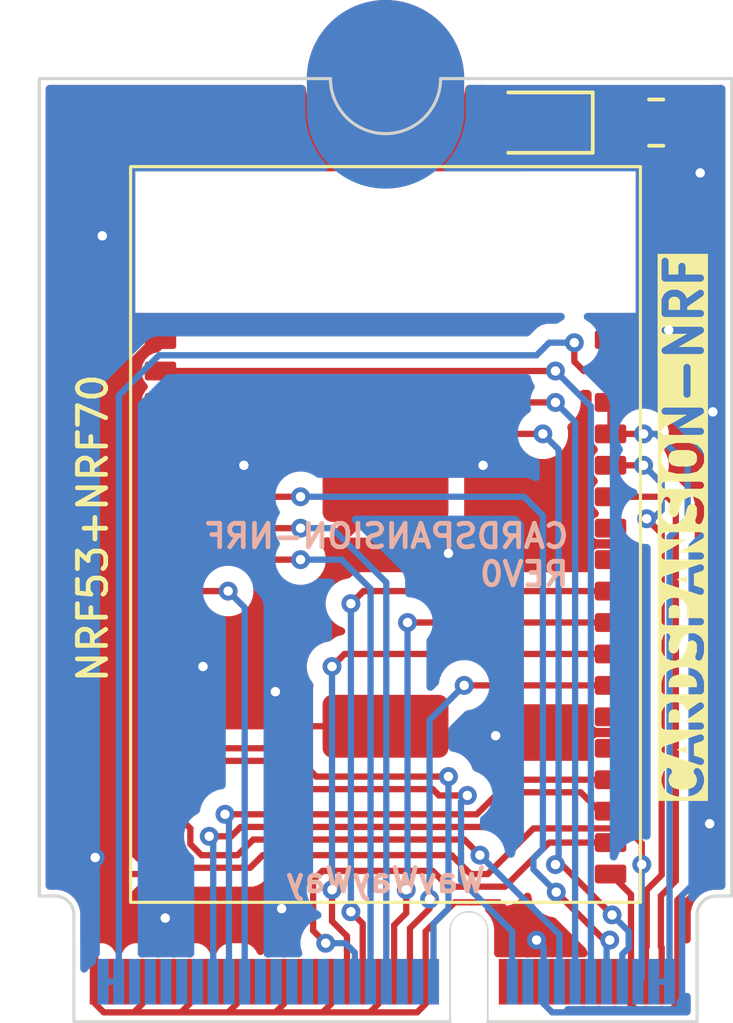
<source format=kicad_pcb>
(kicad_pcb (version 20241229) (generator "pcbnew") (generator_version "9.0")
  (layers (0 "F.Cu" signal) (2 "B.Cu" signal) (13 "F.Paste" user) (15 "B.Paste" user) (5 "F.SilkS" user "F.Silkscreen") (7 "B.SilkS" user "B.Silkscreen") (1 "F.Mask" user) (3 "B.Mask" user) (25 "Edge.Cuts" user))
  (net 0 "")
  (net 1 "Net-(D1-K)")
  (net 2 "+3.3V")
  (net 3 "/I2S-CK")
  (net 5 "/LED2")
  (net 6 "/SWCLK")
  (net 13 "/SPI-MOSI")
  (net 14 "/UART-TX")
  (net 15 "/UART-RX")
  (net 18 "GND")
  (net 19 "/I2S-SDIN")
  (net 20 "/I2S-SDOUT")
  (net 21 "/USB-D+")
  (net 25 "/SWDIO")
  (net 27 "/USB-D-")
  (net 29 "/I2C-SCL")
  (net 31 "/SPI-MISO")
  (net 38 "/I2S-WS")
  (net 39 "/NRST")
  (net 42 "/SPI-CLK")
  (net 45 "/VBAT")
  (net 48 "/SPI-CS")
  (net 51 "/I2C-SDA")
  (net 52 "/LED1")
  (footprint "LED_SMD:LED_0805_2012Metric" (layer "F.Cu") (at 126.9 112.4 180)
    (property "Reference" "D1" (hide yes))
    (property "Value" "PWR" (hide yes))
    (fp_line (start 1 -0.96) (end -1.685 -0.96) (stroke (width 0.12)) (layer "F.SilkS"))
    (fp_line (start -1.685 0.96) (end 1 0.96) (stroke (width 0.12)) (layer "F.SilkS"))
    (fp_line (start -1.685 -0.96) (end -1.685 0.96) (stroke (width 0.12)) (layer "F.SilkS"))
    (pad "1" smd roundrect (at -0.9375 0 180) (size 0.975 1.4) (layers "F.Cu" "F.Mask" "F.Paste") (net 1 "Net-(D1-K)"))
    (pad "2" smd roundrect (at 0.9375 0 180) (size 0.975 1.4) (layers "F.Cu" "F.Mask" "F.Paste") (net 2 "+3.3V"))
  )
  (footprint "M2-2230-E:M2-2230-E" (layer "F.Cu") (at 110 110)
    (property "Reference" "J1" (hide yes))
    (property "Value" "M2-2230" (hide yes))
    (fp_line (start 1 1) (end 1 27) (stroke (width 0.1)) (layer "Edge.Cuts"))
    (fp_line (start 1 1) (end 10.25 1) (stroke (width 0.1)) (layer "Edge.Cuts"))
    (fp_line (start 1 27) (end 1.5 27) (stroke (width 0.1)) (layer "Edge.Cuts"))
    (fp_line (start 2.1 27.6) (end 2.1 31) (stroke (width 0.1)) (layer "Edge.Cuts"))
    (fp_line (start 2.1 31) (end 14.05 31) (stroke (width 0.1)) (layer "Edge.Cuts"))
    (fp_line (start 14.05 31) (end 14.05 28.1) (stroke (width 0.05)) (layer "Edge.Cuts"))
    (fp_line (start 15.25 28.1) (end 15.25 31) (stroke (width 0.05)) (layer "Edge.Cuts"))
    (fp_line (start 15.25 31) (end 21.9 31) (stroke (width 0.1)) (layer "Edge.Cuts"))
    (fp_line (start 21.9 27.6) (end 21.9 31) (stroke (width 0.1)) (layer "Edge.Cuts"))
    (fp_line (start 23 1) (end 13.75 1) (stroke (width 0.1)) (layer "Edge.Cuts"))
    (fp_line (start 23 1) (end 23 27) (stroke (width 0.1)) (layer "Edge.Cuts"))
    (fp_line (start 23 27) (end 22.5 27) (stroke (width 0.1)) (layer "Edge.Cuts"))
    (fp_arc (start 1.5 27) (mid 1.924264 27.175736) (end 2.1 27.6) (stroke (width 0.1)) (layer "Edge.Cuts"))
    (fp_arc (start 13.75 1) (mid 12 2.75) (end 10.25 1) (stroke (width 0.1)) (layer "Edge.Cuts"))
    (fp_arc (start 14.05 28.1) (mid 14.65 27.5) (end 15.25 28.1) (stroke (width 0.05)) (layer "Edge.Cuts"))
    (fp_arc (start 21.9 27.6) (mid 22.075736 27.175736) (end 22.5 27) (stroke (width 0.1)) (layer "Edge.Cuts"))
    (pad "1" connect rect (at 21.275 29.725) (size 0.35 1.45) (layers "F.Cu" "F.Mask") (net 18 "GND"))
    (pad "2" connect rect (at 21.025 29.725) (size 0.35 1.45) (layers "B.Cu" "B.Mask") (net 2 "+3.3V"))
    (pad "3" connect rect (at 20.775 29.725) (size 0.35 1.45) (layers "F.Cu" "F.Mask") (net 21 "/USB-D+"))
    (pad "4" connect rect (at 20.525 29.725) (size 0.35 1.45) (layers "B.Cu" "B.Mask") (net 2 "+3.3V"))
    (pad "5" connect rect (at 20.275 29.725) (size 0.35 1.45) (layers "F.Cu" "F.Mask") (net 27 "/USB-D-"))
    (pad "6" connect rect (at 20.025 29.725) (size 0.35 1.45) (layers "B.Cu" "B.Mask") (net 52 "/LED1"))
    (pad "7" connect rect (at 19.775 29.725) (size 0.35 1.45) (layers "F.Cu" "F.Mask") (net 18 "GND"))
    (pad "8" connect rect (at 19.525 29.725) (size 0.35 1.45) (layers "B.Cu" "B.Mask") (net 3 "/I2S-CK"))
    (pad "9" connect rect (at 19.275 29.725) (size 0.35 1.45) (layers "F.Cu" "F.Mask"))
    (pad "10" connect rect (at 19.025 29.725) (size 0.35 1.45) (layers "B.Cu" "B.Mask") (net 38 "/I2S-WS"))
    (pad "11" connect rect (at 18.775 29.725) (size 0.35 1.45) (layers "F.Cu" "F.Mask"))
    (pad "12" connect rect (at 18.525 29.725) (size 0.35 1.45) (layers "B.Cu" "B.Mask") (net 19 "/I2S-SDIN"))
    (pad "13" connect rect (at 18.275 29.725) (size 0.35 1.45) (layers "F.Cu" "F.Mask"))
    (pad "14" connect rect (at 18.025 29.725) (size 0.35 1.45) (layers "B.Cu" "B.Mask") (net 20 "/I2S-SDOUT"))
    (pad "15" connect rect (at 17.775 29.725) (size 0.35 1.45) (layers "F.Cu" "F.Mask"))
    (pad "16" connect rect (at 17.525 29.725) (size 0.35 1.45) (layers "B.Cu" "B.Mask") (net 5 "/LED2"))
    (pad "17" connect rect (at 17.275 29.725) (size 0.35 1.45) (layers "F.Cu" "F.Mask"))
    (pad "18" connect rect (at 17.025 29.725) (size 0.35 1.45) (layers "B.Cu" "B.Mask") (net 18 "GND"))
    (pad "19" connect rect (at 16.775 29.725) (size 0.35 1.45) (layers "F.Cu" "F.Mask"))
    (pad "20" connect rect (at 16.525 29.725) (size 0.35 1.45) (layers "B.Cu" "B.Mask"))
    (pad "21" connect rect (at 16.275 29.725) (size 0.35 1.45) (layers "F.Cu" "F.Mask"))
    (pad "22" connect rect (at 16.025 29.725) (size 0.35 1.45) (layers "B.Cu" "B.Mask") (net 15 "/UART-RX"))
    (pad "23" connect rect (at 15.775 29.725) (size 0.35 1.45) (layers "F.Cu" "F.Mask"))
    (pad "32" connect rect (at 13.525 29.725) (size 0.35 1.45) (layers "B.Cu" "B.Mask") (net 14 "/UART-TX"))
    (pad "33" connect rect (at 13.275 29.725) (size 0.35 1.45) (layers "F.Cu" "F.Mask") (net 18 "GND"))
    (pad "34" connect rect (at 13.025 29.725) (size 0.35 1.45) (layers "B.Cu" "B.Mask"))
    (pad "35" connect rect (at 12.775 29.725) (size 0.35 1.45) (layers "F.Cu" "F.Mask") (net 48 "/SPI-CS"))
    (pad "36" connect rect (at 12.525 29.725) (size 0.35 1.45) (layers "B.Cu" "B.Mask"))
    (pad "37" connect rect (at 12.275 29.725) (size 0.35 1.45) (layers "F.Cu" "F.Mask") (net 13 "/SPI-MOSI"))
    (pad "38" connect rect (at 12.025 29.725) (size 0.35 1.45) (layers "B.Cu" "B.Mask") (net 25 "/SWDIO"))
    (pad "39" connect rect (at 11.775 29.725) (size 0.35 1.45) (layers "F.Cu" "F.Mask") (net 18 "GND"))
    (pad "40" connect rect (at 11.525 29.725) (size 0.35 1.45) (layers "B.Cu" "B.Mask") (net 6 "/SWCLK"))
    (pad "41" connect rect (at 11.275 29.725) (size 0.35 1.45) (layers "F.Cu" "F.Mask") (net 31 "/SPI-MISO"))
    (pad "42" connect rect (at 11.025 29.725) (size 0.35 1.45) (layers "B.Cu" "B.Mask") (net 45 "/VBAT"))
    (pad "43" connect rect (at 10.775 29.725) (size 0.35 1.45) (layers "F.Cu" "F.Mask") (net 42 "/SPI-CLK"))
    (pad "44" connect rect (at 10.525 29.725) (size 0.35 1.45) (layers "B.Cu" "B.Mask"))
    (pad "45" connect rect (at 10.275 29.725) (size 0.35 1.45) (layers "F.Cu" "F.Mask") (net 18 "GND"))
    (pad "46" connect rect (at 10.025 29.725) (size 0.35 1.45) (layers "B.Cu" "B.Mask"))
    (pad "47" connect rect (at 9.775 29.725) (size 0.35 1.45) (layers "F.Cu" "F.Mask"))
    (pad "48" connect rect (at 9.525 29.725) (size 0.35 1.45) (layers "B.Cu" "B.Mask"))
    (pad "49" connect rect (at 9.275 29.725) (size 0.35 1.45) (layers "F.Cu" "F.Mask"))
    (pad "50" connect rect (at 9.025 29.725) (size 0.35 1.45) (layers "B.Cu" "B.Mask"))
    (pad "51" connect rect (at 8.775 29.725) (size 0.35 1.45) (layers "F.Cu" "F.Mask") (net 18 "GND"))
    (pad "52" connect rect (at 8.525 29.725) (size 0.35 1.45) (layers "B.Cu" "B.Mask"))
    (pad "53" connect rect (at 8.275 29.725) (size 0.35 1.45) (layers "F.Cu" "F.Mask"))
    (pad "54" connect rect (at 8.025 29.725) (size 0.35 1.45) (layers "B.Cu" "B.Mask"))
    (pad "55" connect rect (at 7.775 29.725) (size 0.35 1.45) (layers "F.Cu" "F.Mask"))
    (pad "56" connect rect (at 7.525 29.725) (size 0.35 1.45) (layers "B.Cu" "B.Mask") (net 39 "/NRST"))
    (pad "57" connect rect (at 7.275 29.725) (size 0.35 1.45) (layers "F.Cu" "F.Mask") (net 18 "GND"))
    (pad "58" connect rect (at 7.025 29.725) (size 0.35 1.45) (layers "B.Cu" "B.Mask") (net 51 "/I2C-SDA"))
    (pad "59" connect rect (at 6.775 29.725) (size 0.35 1.45) (layers "F.Cu" "F.Mask"))
    (pad "60" connect rect (at 6.525 29.725) (size 0.35 1.45) (layers "B.Cu" "B.Mask") (net 29 "/I2C-SCL"))
    (pad "61" connect rect (at 6.275 29.725) (size 0.35 1.45) (layers "F.Cu" "F.Mask"))
    (pad "62" connect rect (at 6.025 29.725) (size 0.35 1.45) (layers "B.Cu" "B.Mask"))
    (pad "63" connect rect (at 5.775 29.725) (size 0.35 1.45) (layers "F.Cu" "F.Mask") (net 18 "GND"))
    (pad "64" connect rect (at 5.525 29.725) (size 0.35 1.45) (layers "B.Cu" "B.Mask"))
    (pad "65" connect rect (at 5.275 29.725) (size 0.35 1.45) (layers "F.Cu" "F.Mask"))
    (pad "66" connect rect (at 5.025 29.725) (size 0.35 1.45) (layers "B.Cu" "B.Mask"))
    (pad "67" connect rect (at 4.775 29.725) (size 0.35 1.45) (layers "F.Cu" "F.Mask"))
    (pad "68" connect rect (at 4.525 29.725) (size 0.35 1.45) (layers "B.Cu" "B.Mask"))
    (pad "69" connect rect (at 4.275 29.725) (size 0.35 1.45) (layers "F.Cu" "F.Mask") (net 18 "GND"))
    (pad "70" connect rect (at 4.025 29.725) (size 0.35 1.45) (layers "B.Cu" "B.Mask"))
    (pad "71" connect rect (at 3.775 29.725) (size 0.35 1.45) (layers "F.Cu" "F.Mask"))
    (pad "72" connect rect (at 3.525 29.725) (size 0.35 1.45) (layers "B.Cu" "B.Mask") (net 2 "+3.3V"))
    (pad "73" connect rect (at 3.275 29.725) (size 0.35 1.45) (layers "F.Cu" "F.Mask"))
    (pad "74" connect rect (at 3.025 29.725) (size 0.35 1.45) (layers "B.Cu" "B.Mask") (net 2 "+3.3V"))
    (pad "75" connect rect (at 2.775 29.725) (size 0.35 1.45) (layers "F.Cu" "F.Mask") (net 18 "GND"))
    (pad "76" connect circle (at 12 1) (size 5 5) (layers "F.Cu" "F.Mask"))
    (pad "77" connect oval (at 12 1.5) (size 5 6) (layers "B.Cu" "B.Mask"))
  )
  (footprint "CUSTOM-LIBRARIES:ME16WS03" (layer "F.Cu") (at 114.85 119.3)
    (property "Reference" "U1" (hide yes))
    (property "Value" "ME16WS03" (hide yes))
    (fp_rect (start -0.95 -5.5) (end 15.25 17.9) (stroke (width 0.1)) (fill no) (layer "F.SilkS"))
    (pad "1" smd roundrect (at 0 0) (size 1 0.6) (layers "F.Cu" "F.Mask" "F.Paste") (roundrect_rratio 0.15) (net 18 "GND"))
    (pad "2" smd roundrect (at 0 1) (size 1 0.6) (layers "F.Cu" "F.Mask" "F.Paste") (roundrect_rratio 0.15) (net 19 "/I2S-SDIN"))
    (pad "3" smd roundrect (at 0 2) (size 1 0.6) (layers "F.Cu" "F.Mask" "F.Paste") (roundrect_rratio 0.15) (net 20 "/I2S-SDOUT"))
    (pad "4" smd roundrect (at 0 3) (size 1 0.6) (layers "F.Cu" "F.Mask" "F.Paste") (roundrect_rratio 0.15) (net 3 "/I2S-CK"))
    (pad "5" smd roundrect (at 0 4) (size 1 0.6) (layers "F.Cu" "F.Mask" "F.Paste") (roundrect_rratio 0.15))
    (pad "6" smd roundrect (at 0 5) (size 1 0.6) (layers "F.Cu" "F.Mask" "F.Paste") (roundrect_rratio 0.15) (net 38 "/I2S-WS"))
    (pad "7" smd roundrect (at 0 6) (size 1 0.6) (layers "F.Cu" "F.Mask" "F.Paste") (roundrect_rratio 0.15) (net 25 "/SWDIO"))
    (pad "8" smd roundrect (at 0 7) (size 1 0.6) (layers "F.Cu" "F.Mask" "F.Paste") (roundrect_rratio 0.15) (net 6 "/SWCLK"))
    (pad "9" smd roundrect (at 0 8) (size 1 0.6) (layers "F.Cu" "F.Mask" "F.Paste") (roundrect_rratio 0.15) (net 39 "/NRST"))
    (pad "10" smd roundrect (at 0 9) (size 1 0.6) (layers "F.Cu" "F.Mask" "F.Paste") (roundrect_rratio 0.15))
    (pad "11" smd roundrect (at 0 10) (size 1 0.6) (layers "F.Cu" "F.Mask" "F.Paste") (roundrect_rratio 0.15))
    (pad "12" smd roundrect (at 0 11) (size 1 0.6) (layers "F.Cu" "F.Mask" "F.Paste") (roundrect_rratio 0.15))
    (pad "13" smd roundrect (at 0 12) (size 1 0.6) (layers "F.Cu" "F.Mask" "F.Paste") (roundrect_rratio 0.15))
    (pad "14" smd roundrect (at 0 13) (size 1 0.6) (layers "F.Cu" "F.Mask" "F.Paste") (roundrect_rratio 0.15) (net 14 "/UART-TX"))
    (pad "15" smd roundrect (at 0 14) (size 1 0.6) (layers "F.Cu" "F.Mask" "F.Paste") (roundrect_rratio 0.15) (net 15 "/UART-RX"))
    (pad "16" smd roundrect (at 0 15) (size 1 0.6) (layers "F.Cu" "F.Mask" "F.Paste") (roundrect_rratio 0.15) (net 5 "/LED2"))
    (pad "17" smd roundrect (at 0 16) (size 1 0.6) (layers "F.Cu" "F.Mask" "F.Paste") (roundrect_rratio 0.15) (net 52 "/LED1"))
    (pad "18" smd roundrect (at 0 17) (size 1 0.6) (layers "F.Cu" "F.Mask" "F.Paste") (roundrect_rratio 0.15) (net 18 "GND"))
    (pad "19" smd roundrect (at 14.3 17) (size 1 0.6) (layers "F.Cu" "F.Mask" "F.Paste") (roundrect_rratio 0.15) (net 18 "GND"))
    (pad "20" smd roundrect (at 14.3 16) (size 1 0.6) (layers "F.Cu" "F.Mask" "F.Paste") (roundrect_rratio 0.15) (net 45 "/VBAT"))
    (pad "21" smd roundrect (at 14.3 15) (size 1 0.6) (layers "F.Cu" "F.Mask" "F.Paste") (roundrect_rratio 0.15) (net 29 "/I2C-SCL"))
    (pad "22" smd roundrect (at 14.3 14) (size 1 0.6) (layers "F.Cu" "F.Mask" "F.Paste") (roundrect_rratio 0.15) (net 51 "/I2C-SDA"))
    (pad "23" smd roundrect (at 14.3 13) (size 1 0.6) (layers "F.Cu" "F.Mask" "F.Paste") (roundrect_rratio 0.15))
    (pad "24" smd roundrect (at 14.3 12) (size 1 0.6) (layers "F.Cu" "F.Mask" "F.Paste") (roundrect_rratio 0.15))
    (pad "25" smd roundrect (at 14.3 11) (size 1 0.6) (layers "F.Cu" "F.Mask" "F.Paste") (roundrect_rratio 0.15) (net 48 "/SPI-CS"))
    (pad "26" smd roundrect (at 14.3 10) (size 1 0.6) (layers "F.Cu" "F.Mask" "F.Paste") (roundrect_rratio 0.15) (net 42 "/SPI-CLK"))
    (pad "27" smd roundrect (at 14.3 9) (size 1 0.6) (layers "F.Cu" "F.Mask" "F.Paste") (roundrect_rratio 0.15) (net 13 "/SPI-MOSI"))
    (pad "28" smd roundrect (at 14.3 8) (size 1 0.6) (layers "F.Cu" "F.Mask" "F.Paste") (roundrect_rratio 0.15) (net 31 "/SPI-MISO"))
    (pad "29" smd roundrect (at 14.3 7) (size 1 0.6) (layers "F.Cu" "F.Mask" "F.Paste") (roundrect_rratio 0.15))
    (pad "30" smd roundrect (at 14.3 6) (size 1 0.6) (layers "F.Cu" "F.Mask" "F.Paste") (roundrect_rratio 0.15))
    (pad "31" smd roundrect (at 14.3 5) (size 1 0.6) (layers "F.Cu" "F.Mask" "F.Paste") (roundrect_rratio 0.15) (net 21 "/USB-D+"))
    (pad "32" smd roundrect (at 14.3 4) (size 1 0.6) (layers "F.Cu" "F.Mask" "F.Paste") (roundrect_rratio 0.15) (net 27 "/USB-D-"))
    (pad "33" smd roundrect (at 14.3 3) (size 1 0.6) (layers "F.Cu" "F.Mask" "F.Paste") (roundrect_rratio 0.15) (net 2 "+3.3V"))
    (pad "34" smd roundrect (at 14.3 2) (size 1 0.6) (layers "F.Cu" "F.Mask" "F.Paste") (roundrect_rratio 0.15) (net 2 "+3.3V"))
    (pad "35" smd roundrect (at 14.3 1) (size 1 0.6) (layers "F.Cu" "F.Mask" "F.Paste") (roundrect_rratio 0.15) (net 2 "+3.3V"))
    (pad "36" smd roundrect (at 14.3 0) (size 1 0.6) (layers "F.Cu" "F.Mask" "F.Paste") (roundrect_rratio 0.15) (net 18 "GND"))
    (pad "37" smd roundrect (at 7.15 12.3) (size 4 2) (layers "F.Cu" "F.Mask" "F.Paste") (roundrect_rratio 0.15) (net 18 "GND"))
    (pad "38" smd roundrect (at 7.15 4.8) (size 4 2) (layers "F.Cu" "F.Mask" "F.Paste") (roundrect_rratio 0.15) (net 18 "GND"))
    (zone (net 0) (net_name "") (layers "F.Cu" "B.Cu") (name "RF") (connect_pads (clearance 0)) (min_thickness 0.25)
      (keepout (tracks not_allowed) (vias not_allowed) (pads not_allowed) (copperpour not_allowed) (footprints not_allowed))
      (fill (thermal_gap 0.5) (thermal_bridge_width 0.5))
      (polygon (pts (xy 114.05 113.95) (xy 129.95 113.95) (xy 129.95 118.45) (xy 114.05 118.45)))
    )
  )
  (footprint "Resistor_SMD:R_0805_2012Metric" (layer "F.Cu") (at 130.6 112.4)
    (property "Reference" "R1" (hide yes))
    (property "Value" "510" (hide yes))
    (fp_line (start -0.227064 -0.735) (end 0.227064 -0.735) (stroke (width 0.12)) (layer "F.SilkS"))
    (fp_line (start -0.227064 0.735) (end 0.227064 0.735) (stroke (width 0.12)) (layer "F.SilkS"))
    (pad "1" smd roundrect (at -0.9125 0) (size 1.025 1.4) (layers "F.Cu" "F.Mask" "F.Paste") (roundrect_rratio 0.243902) (net 1 "Net-(D1-K)"))
    (pad "2" smd roundrect (at 0.9125 0) (size 1.025 1.4) (layers "F.Cu" "F.Mask" "F.Paste") (roundrect_rratio 0.243902) (net 18 "GND"))
  )
  (gr_text "CARDSPANSION-NRF" (at 131.5 125.3 90) (layer "F.SilkS" knockout) (effects (font (size 1.125 1.125) (thickness 0.225))))
  (gr_text "NRF53+NRF70" (at 112.7 125.3 90) (layer "F.SilkS") (effects (font (size 0.9 0.9))))
  (gr_text "CARDSPANSION-NRF\nREV0" (at 127.9 127.2 0) (layer "B.SilkS") (effects (font (size 0.75 0.75) (thickness 0.15) (bold yes)) (justify left bottom mirror)))
  (gr_text "WayWayWay" (at 122 136.5 0) (layer "B.SilkS") (effects (font (size 0.75 0.75) (thickness 0.15) (bold yes)) (justify mirror)))
  (segment (start 127.8375 112.4) (end 129.6875 112.4) (width 0.2) (layer "F.Cu") (net 1))
  (segment (start 130.95 120.3) (end 131.75 119.5) (width 0.2) (layer "F.Cu") (net 2))
  (segment (start 129.15 121.3) (end 129.15 122.3) (width 0.2) (layer "F.Cu") (net 2))
  (segment (start 130.2 122.3) (end 129.15 122.3) (width 0.2) (layer "F.Cu") (net 2))
  (segment (start 128 120) (end 128 119.4) (width 0.2) (layer "F.Cu") (net 2))
  (segment (start 129.15 120.3) (end 129.15 121.3) (width 0.2) (layer "F.Cu") (net 2))
  (segment (start 128.3 120.3) (end 128 120) (width 0.2) (layer "F.Cu") (net 2))
  (segment (start 129.15 120.3) (end 130.95 120.3) (width 0.2) (layer "F.Cu") (net 2))
  (segment (start 131.75 119.5) (end 131.75 115) (width 0.2) (layer "F.Cu") (net 2))
  (segment (start 127.1625 113.6) (end 125.9625 112.4) (width 0.2) (layer "F.Cu") (net 2))
  (segment (start 129.15 120.3) (end 128.3 120.3) (width 0.2) (layer "F.Cu") (net 2))
  (segment (start 131.75 115) (end 130.35 113.6) (width 0.2) (layer "F.Cu") (net 2))
  (segment (start 130.35 113.6) (end 127.1625 113.6) (width 0.2) (layer "F.Cu") (net 2))
  (via (at 130.2 122.3) (size 0.6) (drill 0.3) (layers "F.Cu" "B.Cu") (net 2))
  (via (at 128 119.4) (size 0.6) (drill 0.3) (layers "F.Cu" "B.Cu") (net 2))
  (segment (start 130.2 122.3) (end 130.6 122.3) (width 0.2) (layer "B.Cu") (net 2))
  (segment (start 131.6 125) (end 131.025 125.575) (width 0.2) (layer "B.Cu") (net 2))
  (segment (start 131.025 125.575) (end 131.025 139.725) (width 0.2) (layer "B.Cu") (net 2))
  (segment (start 127.2 119.4) (end 128 119.4) (width 0.2) (layer "B.Cu") (net 2))
  (segment (start 131.6 123.3) (end 131.6 125) (width 0.2) (layer "B.Cu") (net 2))
  (segment (start 113.525 139.725) (end 113.525 121.075) (width 0.2) (layer "B.Cu") (net 2))
  (segment (start 114.8 119.8) (end 126.8 119.8) (width 0.2) (layer "B.Cu") (net 2))
  (segment (start 113.525 121.075) (end 114.8 119.8) (width 0.2) (layer "B.Cu") (net 2))
  (segment (start 130.6 122.3) (end 131.6 123.3) (width 0.2) (layer "B.Cu") (net 2))
  (segment (start 131.025 139.725) (end 130.525 139.725) (width 0.2) (layer "B.Cu") (net 2))
  (segment (start 126.8 119.8) (end 127.2 119.4) (width 0.2) (layer "B.Cu") (net 2))
  (segment (start 113.025 139.725) (end 113.525 139.725) (width 0.2) (layer "B.Cu") (net 2))
  (segment (start 127.6 136) (end 127.4 136) (width 0.2) (layer "F.Cu") (net 3))
  (segment (start 129.2 137.6) (end 127.6 136) (width 0.2) (layer "F.Cu") (net 3))
  (segment (start 114.85 122.3) (end 127 122.3) (width 0.2) (layer "F.Cu") (net 3))
  (via (at 127 122.3) (size 0.6) (drill 0.3) (layers "F.Cu" "B.Cu") (net 3))
  (via (at 129.2 137.6) (size 0.6) (drill 0.3) (layers "F.Cu" "B.Cu") (net 3))
  (via (at 127.4 136) (size 0.6) (drill 0.3) (layers "F.Cu" "B.Cu") (net 3))
  (segment (start 127.5 122.8) (end 127 122.3) (width 0.2) (layer "B.Cu") (net 3))
  (segment (start 129.726 138.126) (end 129.2 137.6) (width 0.2) (layer "B.Cu") (net 3))
  (segment (start 127.5 135.9) (end 127.5 122.8) (width 0.2) (layer "B.Cu") (net 3))
  (segment (start 129.525 138.849943) (end 129.726 138.648943) (width 0.2) (layer "B.Cu") (net 3))
  (segment (start 127.4 136) (end 127.5 135.9) (width 0.2) (layer "B.Cu") (net 3))
  (segment (start 129.525 139.725) (end 129.525 138.849943) (width 0.2) (layer "B.Cu") (net 3))
  (segment (start 129.726 138.648943) (end 129.726 138.126) (width 0.2) (layer "B.Cu") (net 3))
  (segment (start 114.85 134.3) (end 115.247943 134.3) (width 0.2) (layer "F.Cu") (net 5))
  (segment (start 124.503 135.203) (end 125 135.7) (width 0.2) (layer "F.Cu") (net 5))
  (segment (start 116.649943 135.7) (end 117.3 135.7) (width 0.2) (layer "F.Cu") (net 5))
  (segment (start 115.799 134.851057) (end 115.799 135.348943) (width 0.2) (layer "F.Cu") (net 5))
  (segment (start 115.247943 134.3) (end 115.799 134.851057) (width 0.2) (layer "F.Cu") (net 5))
  (segment (start 116.151057 135.701) (end 116.648943 135.701) (width 0.2) (layer "F.Cu") (net 5))
  (segment (start 117.797 135.203) (end 124.503 135.203) (width 0.2) (layer "F.Cu") (net 5))
  (segment (start 115.799 135.348943) (end 116.151057 135.701) (width 0.2) (layer "F.Cu") (net 5))
  (segment (start 117.3 135.7) (end 117.797 135.203) (width 0.2) (layer "F.Cu") (net 5))
  (segment (start 116.648943 135.701) (end 116.649943 135.7) (width 0.2) (layer "F.Cu") (net 5))
  (via (at 125 135.7) (size 0.6) (drill 0.3) (layers "F.Cu" "B.Cu") (net 5))
  (segment (start 127.525 138.225) (end 127.525 139.725) (width 0.2) (layer "B.Cu") (net 5))
  (segment (start 125 135.7) (end 127.525 138.225) (width 0.2) (layer "B.Cu") (net 5))
  (segment (start 119.3 126.3) (end 114.85 126.3) (width 0.2) (layer "F.Cu") (net 6))
  (via (at 119.3 126.3) (size 0.6) (drill 0.3) (layers "F.Cu" "B.Cu") (net 6))
  (segment (start 121.525 139.725) (end 121.525 127.225) (width 0.2) (layer "B.Cu") (net 6))
  (segment (start 120.6 126.3) (end 119.3 126.3) (width 0.2) (layer "B.Cu") (net 6))
  (segment (start 121.3 127) (end 120.6 126.3) (width 0.2) (layer "B.Cu") (net 6))
  (segment (start 121.525 127.225) (end 121.3 127) (width 0.2) (layer "B.Cu") (net 6))
  (segment (start 122.7 128.3) (end 129.15 128.3) (width 0.2) (layer "F.Cu") (net 13))
  (segment (start 122.275 137.925) (end 122.275 139.725) (width 0.2) (layer "F.Cu") (net 13))
  (segment (start 122.65838 136.8) (end 122.65838 137.54162) (width 0.2) (layer "F.Cu") (net 13))
  (segment (start 122.65838 137.54162) (end 122.275 137.925) (width 0.2) (layer "F.Cu") (net 13))
  (via (at 122.65838 136.8) (size 0.6) (drill 0.3) (layers "F.Cu" "B.Cu") (net 13))
  (via (at 122.7 128.3) (size 0.6) (drill 0.3) (layers "F.Cu" "B.Cu") (net 13))
  (segment (start 122.7 136.75838) (end 122.7 128.3) (width 0.2) (layer "B.Cu") (net 13))
  (segment (start 122.65838 136.8) (end 122.7 136.75838) (width 0.2) (layer "B.Cu") (net 13))
  (segment (start 119.8 133.2) (end 124 133.2) (width 0.2) (layer "F.Cu") (net 14))
  (segment (start 118.9 132.3) (end 119.6 133) (width 0.2) (layer "F.Cu") (net 14))
  (segment (start 114.85 132.3) (end 118.9 132.3) (width 0.2) (layer "F.Cu") (net 14))
  (segment (start 119.6 133) (end 119.8 133.2) (width 0.2) (layer "F.Cu") (net 14))
  (via (at 124 133.2) (size 0.6) (drill 0.3) (layers "F.Cu" "B.Cu") (net 14))
  (segment (start 123.525 137.875) (end 123.525 139.725) (width 0.2) (layer "B.Cu") (net 14))
  (segment (start 124 133.2) (end 124 137.4) (width 0.2) (layer "B.Cu") (net 14))
  (segment (start 124 137.4) (end 123.525 137.875) (width 0.2) (layer "B.Cu") (net 14))
  (segment (start 118.7329 132.7) (end 116 132.7) (width 0.2) (layer "F.Cu") (net 15))
  (segment (start 123.7 133.801) (end 123.499 133.6) (width 0.2) (layer "F.Cu") (net 15))
  (segment (start 116 132.7) (end 115.4 133.3) (width 0.2) (layer "F.Cu") (net 15))
  (segment (start 119.6329 133.6) (end 118.7329 132.7) (width 0.2) (layer "F.Cu") (net 15))
  (segment (start 123.499 133.6) (end 119.6329 133.6) (width 0.2) (layer "F.Cu") (net 15))
  (segment (start 124.248943 133.801) (end 123.7 133.801) (width 0.2) (layer "F.Cu") (net 15))
  (segment (start 124.249943 133.8) (end 124.248943 133.801) (width 0.2) (layer "F.Cu") (net 15))
  (segment (start 115.4 133.3) (end 114.85 133.3) (width 0.2) (layer "F.Cu") (net 15))
  (segment (start 124.6 133.8) (end 124.249943 133.8) (width 0.2) (layer "F.Cu") (net 15))
  (via (at 124.6 133.8) (size 0.6) (drill 0.3) (layers "F.Cu" "B.Cu") (net 15))
  (segment (start 126.025 138.125) (end 124.4 136.5) (width 0.2) (layer "B.Cu") (net 15))
  (segment (start 124.4 134) (end 124.6 133.8) (width 0.2) (layer "B.Cu") (net 15))
  (segment (start 124.4 136.5) (end 124.4 134) (width 0.2) (layer "B.Cu") (net 15))
  (segment (start 126.025 139.725) (end 126.025 138.125) (width 0.2) (layer "B.Cu") (net 15))
  (segment (start 118.775 140.427) (end 118.502 140.7) (width 0.2) (layer "F.Cu") (net 18))
  (segment (start 132.3 134.7) (end 132.3 136.1) (width 0.2) (layer "F.Cu") (net 18))
  (segment (start 120.275 139.725) (end 120.275 140.427) (width 0.2) (layer "F.Cu") (net 18))
  (segment (start 113 118.3) (end 114 119.3) (width 0.2) (layer "F.Cu") (net 18))
  (segment (start 123.275 138.125) (end 123.8 137.6) (width 0.2) (layer "F.Cu") (net 18))
  (segment (start 129.775 139.725) (end 129.801 139.699) (width 0.2) (layer "F.Cu") (net 18))
  (segment (start 112.775 139.725) (end 112.775 140.427) (width 0.2) (layer "F.Cu") (net 18))
  (segment (start 121.775 140.427) (end 121.502 140.7) (width 0.2) (layer "F.Cu") (net 18))
  (segment (start 121.502 140.7) (end 120.002 140.7) (width 0.2) (layer "F.Cu") (net 18))
  (segment (start 112.775 138.375) (end 112.775 135.775) (width 0.2) (layer "F.Cu") (net 18))
  (segment (start 130.7 119.3) (end 131 119) (width 0.2) (layer "F.Cu") (net 18))
  (segment (start 114 119.3) (end 114.85 119.3) (width 0.2) (layer "F.Cu") (net 18))
  (segment (start 114.002 140.7) (end 114.275 140.427) (width 0.2) (layer "F.Cu") (net 18))
  (segment (start 113.048 140.7) (end 114.002 140.7) (width 0.2) (layer "F.Cu") (net 18))
  (segment (start 124.2 137.2) (end 124.7 137.2) (width 0.2) (layer "F.Cu") (net 18))
  (segment (start 129.775 139.725) (end 129.775 140.427) (width 0.2) (layer "F.Cu") (net 18))
  (segment (start 131.275 140.427) (end 131.275 139.725) (width 0.2) (layer "F.Cu") (net 18))
  (segment (start 131.5125 113.5125) (end 132 114) (width 0.2) (layer "F.Cu") (net 18))
  (segment (start 117.275 140.427) (end 117.002 140.7) (width 0.2) (layer "F.Cu") (net 18))
  (segment (start 121.2 123.3) (end 122 124.1) (width 0.2) (layer "F.Cu") (net 18))
  (segment (start 129.801 136.951) (end 129.15 136.3) (width 0.2) (layer "F.Cu") (net 18))
  (segment (start 123.8 137.6) (end 124.2 137.2) (width 0.2) (layer "F.Cu") (net 18))
  (segment (start 123.002 140.7) (end 121.502 140.7) (width 0.2) (layer "F.Cu") (net 18))
  (segment (start 131.275 137.125) (end 131.275 139.725) (width 0.2) (layer "F.Cu") (net 18))
  (segment (start 113.3 136.3) (end 114.85 136.3) (width 0.2) (layer "F.Cu") (net 18))
  (segment (start 113 116) (end 113 118.3) (width 0.2) (layer "F.Cu") (net 18))
  (segment (start 115.775 140.427) (end 115.502 140.7) (width 0.2) (layer "F.Cu") (net 18))
  (segment (start 131.003 140.699) (end 131.275 140.427) (width 0.2) (layer "F.Cu") (net 18))
  (segment (start 119.6 131.6) (end 118.5 130.5) (width 0.2) (layer "F.Cu") (net 18))
  (segment (start 122 131.6) (end 119.6 131.6) (width 0.2) (layer "F.Cu") (net 18))
  (segment (start 129.801 139.699) (end 129.801 136.951) (width 0.2) (layer "F.Cu") (net 18))
  (segment (start 122 124.1) (end 124 126.1) (width 0.2) (layer "F.Cu") (net 18))
  (segment (start 114.275 140.427) (end 114.275 139.725) (width 0.2) (layer "F.Cu") (net 18))
  (segment (start 112.775 138.375) (end 112.775 139.725) (width 0.2) (layer "F.Cu") (net 18))
  (segment (start 123.275 139.725) (end 123.275 138.125) (width 0.2) (layer "F.Cu") (net 18))
  (segment (start 129.15 119.3) (end 130.7 119.3) (width 0.2) (layer "F.Cu") (net 18))
  (segment (start 130.047 140.699) (end 131.003 140.699) (width 0.2) (layer "F.Cu") (net 18))
  (segment (start 124.7 137.2) (end 125.6 137.2) (width 0.2) (layer "F.Cu") (net 18))
  (segment (start 117.5 123.3) (end 121.2 123.3) (width 0.2) (layer "F.Cu") (net 18))
  (segment (start 115.502 140.7) (end 114.002 140.7) (width 0.2) (layer "F.Cu") (net 18))
  (segment (start 117.275 139.725) (end 117.275 140.427) (width 0.2) (layer "F.Cu") (net 18))
  (segment (start 117.002 140.7) (end 115.502 140.7) (width 0.2) (layer "F.Cu") (net 18))
  (segment (start 115.775 139.725) (end 115.775 140.427) (width 0.2) (layer "F.Cu") (net 18))
  (segment (start 120.002 140.7) (end 118.502 140.7) (width 0.2) (layer "F.Cu") (net 18))
  (segment (start 132.3 136.1) (end 131.275 137.125) (width 0.2) (layer "F.Cu") (net 18))
  (segment (start 125.6 137.2) (end 126.8 138.4) (width 0.2) (layer "F.Cu") (net 18))
  (segment (start 112.775 135.775) (end 113.3 136.3) (width 0.2) (layer "F.Cu") (net 18))
  (segment (start 123.275 139.725) (end 123.275 140.427) (width 0.2) (layer "F.Cu") (net 18))
  (segment (start 121.775 139.725) (end 121.775 140.427) (width 0.2) (layer "F.Cu") (net 18))
  (segment (start 118.775 139.725) (end 118.775 140.427) (width 0.2) (layer "F.Cu") (net 18))
  (segment (start 120.275 140.427) (end 120.002 140.7) (width 0.2) (layer "F.Cu") (net 18))
  (segment (start 123.275 140.427) (end 123.002 140.7) (width 0.2) (layer "F.Cu") (net 18))
  (segment (start 112.775 140.427) (end 113.048 140.7) (width 0.2) (layer "F.Cu") (net 18))
  (segment (start 118.502 140.7) (end 117.002 140.7) (width 0.2) (layer "F.Cu") (net 18))
  (segment (start 129.775 140.427) (end 130.047 140.699) (width 0.2) (layer "F.Cu") (net 18))
  (segment (start 131.5125 112.4) (end 131.5125 113.5125) (width 0.2) (layer "F.Cu") (net 18))
  (via (at 117.5 123.3) (size 0.6) (drill 0.3) (layers "F.Cu" "B.Cu") (net 18))
  (via (at 124 126.1) (size 0.6) (drill 0.3) (layers "F.Cu" "B.Cu") (net 18))
  (via (at 132.4 121.6) (size 0.6) (drill 0.3) (layers "F.Cu" "B.Cu") (net 18))
  (via (at 115 137.7) (size 0.6) (drill 0.3) (layers "F.Cu" "B.Cu") (net 18))
  (via (at 125.1 123.3) (size 0.6) (drill 0.3) (layers "F.Cu" "B.Cu") (net 18))
  (via (at 125.5 131.9) (size 0.6) (drill 0.3) (layers "F.Cu" "B.Cu") (net 18))
  (via (at 132 114) (size 0.6) (drill 0.3) (layers "F.Cu" "B.Cu") (net 18))
  (via (at 116.2 129.7) (size 0.6) (drill 0.3) (layers "F.Cu" "B.Cu") (net 18))
  (via (at 118.5 130.5) (size 0.6) (drill 0.3) (layers "F.Cu" "B.Cu") (net 18))
  (via (at 132.3 134.7) (size 0.6) (drill 0.3) (layers "F.Cu" "B.Cu") (net 18))
  (via (at 113 116) (size 0.6) (drill 0.3) (layers "F.Cu" "B.Cu") (net 18))
  (via (at 126.8 138.4) (size 0.6) (drill 0.3) (layers "F.Cu" "B.Cu") (net 18))
  (via (at 118.7 137.4) (size 0.6) (drill 0.3) (layers "F.Cu" "B.Cu") (net 18))
  (via (at 131 119) (size 0.6) (drill 0.3) (layers "F.Cu" "B.Cu") (net 18))
  (via (at 112.775 135.775) (size 0.6) (drill 0.3) (layers "F.Cu" "B.Cu") (net 18))
  (segment (start 127.297 140.699) (end 127.025 140.427) (width 0.2) (layer "B.Cu") (net 18))
  (segment (start 131.426 136.974) (end 131.426 140.526) (width 0.2) (layer "B.Cu") (net 18))
  (segment (start 127.025 140.427) (end 127.025 139.725) (width 0.2) (layer "B.Cu") (net 18))
  (segment (start 132.3 134.7) (end 132.3 136.1) (width 0.2) (layer "B.Cu") (net 18))
  (segment (start 131.253 140.699) (end 127.297 140.699) (width 0.2) (layer "B.Cu") (net 18))
  (segment (start 127.025 138.625) (end 127.025 139.725) (width 0.2) (layer "B.Cu") (net 18))
  (segment (start 126.8 138.4) (end 127.025 138.625) (width 0.2) (layer "B.Cu") (net 18))
  (segment (start 131.426 140.526) (end 131.253 140.699) (width 0.2) (layer "B.Cu") (net 18))
  (segment (start 132.3 136.1) (end 131.426 136.974) (width 0.2) (layer "B.Cu") (net 18))
  (segment (start 114.85 120.3) (end 127.4 120.3) (width 0.2) (layer "F.Cu") (net 19))
  (via (at 127.4 120.3) (size 0.6) (drill 0.3) (layers "F.Cu" "B.Cu") (net 19))
  (segment (start 127.4 120.3) (end 128.525 121.425) (width 0.2) (layer "B.Cu") (net 19))
  (segment (start 128.525 121.425) (end 128.525 139.725) (width 0.2) (layer "B.Cu") (net 19))
  (segment (start 114.85 121.3) (end 127.4 121.3) (width 0.2) (layer "F.Cu") (net 20))
  (via (at 127.4 121.3) (size 0.6) (drill 0.3) (layers "F.Cu" "B.Cu") (net 20))
  (segment (start 127.4 121.3) (end 128.025 121.925) (width 0.2) (layer "B.Cu") (net 20))
  (segment (start 128.025 121.925) (end 128.025 139.725) (width 0.2) (layer "B.Cu") (net 20))
  (segment (start 130.676 139.626) (end 130.775 139.725) (width 0.2) (layer "F.Cu") (net 21))
  (segment (start 131.225 124.575) (end 130.95 124.3) (width 0.2) (layer "F.Cu") (net 21))
  (segment (start 130.775 139.725) (end 130.775 138.637499) (width 0.2) (layer "F.Cu") (net 21))
  (segment (start 130.775 138.637499) (end 130.75 138.612499) (width 0.2) (layer "F.Cu") (net 21))
  (segment (start 130.95 124.3) (end 129.15 124.3) (width 0.2) (layer "F.Cu") (net 21))
  (segment (start 131.225 136.518198) (end 131.225 124.575) (width 0.2) (layer "F.Cu") (net 21))
  (segment (start 130.75 136.993198) (end 131.225 136.518198) (width 0.2) (layer "F.Cu") (net 21))
  (segment (start 130.75 138.612499) (end 130.75 136.993198) (width 0.2) (layer "F.Cu") (net 21))
  (segment (start 114.85 125.3) (end 119.3 125.3) (width 0.2) (layer "F.Cu") (net 25))
  (via (at 119.3 125.3) (size 0.6) (drill 0.3) (layers "F.Cu" "B.Cu") (net 25))
  (segment (start 120.3 125.3) (end 122.025 127.025) (width 0.2) (layer "B.Cu") (net 25))
  (segment (start 122.025 127.025) (end 122.025 139.725) (width 0.2) (layer "B.Cu") (net 25))
  (segment (start 119.3 125.3) (end 120.3 125.3) (width 0.2) (layer "B.Cu") (net 25))
  (segment (start 130.2 123.3) (end 129.15 123.3) (width 0.2) (layer "F.Cu") (net 27))
  (segment (start 130.275 138.637499) (end 130.275 139.725) (width 0.2) (layer "F.Cu") (net 27))
  (segment (start 130.775 125.475) (end 130.775 136.331802) (width 0.2) (layer "F.Cu") (net 27))
  (segment (start 130.3 138.612499) (end 130.275 138.637499) (width 0.2) (layer "F.Cu") (net 27))
  (segment (start 130.3 125) (end 130.775 125.475) (width 0.2) (layer "F.Cu") (net 27))
  (segment (start 130.3 136.806802) (end 130.3 138.612499) (width 0.2) (layer "F.Cu") (net 27))
  (segment (start 130.775 136.331802) (end 130.3 136.806802) (width 0.2) (layer "F.Cu") (net 27))
  (via (at 130.2 123.3) (size 0.6) (drill 0.3) (layers "F.Cu" "B.Cu") (net 27))
  (via (at 130.3 125) (size 0.6) (drill 0.3) (layers "F.Cu" "B.Cu") (net 27))
  (segment (start 130.775 123.875) (end 130.775 124.725) (width 0.2) (layer "B.Cu") (net 27))
  (segment (start 130.775 124.725) (end 130.5 125) (width 0.2) (layer "B.Cu") (net 27))
  (segment (start 130.5 125) (end 130.3 125) (width 0.2) (layer "B.Cu") (net 27))
  (segment (start 130.2 123.3) (end 130.775 123.875) (width 0.2) (layer "B.Cu") (net 27))
  (segment (start 125.8 134.1) (end 125.098 134.802) (width 0.2) (layer "F.Cu") (net 29))
  (segment (start 125.098 134.802) (end 124 134.802) (width 0.2) (layer "F.Cu") (net 29))
  (segment (start 128.8 134.3) (end 128.2 133.7) (width 0.2) (layer "F.Cu") (net 29))
  (segment (start 117.1 135.1) (end 116.4 135.1) (width 0.2) (layer "F.Cu") (net 29))
  (segment (start 117.2 135) (end 117.1 135.1) (width 0.2) (layer "F.Cu") (net 29))
  (segment (start 117.398 134.802) (end 117.2 135) (width 0.2) (layer "F.Cu") (net 29))
  (segment (start 128.2 133.7) (end 126.2 133.7) (width 0.2) (layer "F.Cu") (net 29))
  (segment (start 129.15 134.3) (end 128.8 134.3) (width 0.2) (layer "F.Cu") (net 29))
  (segment (start 126.2 133.7) (end 125.8 134.1) (width 0.2) (layer "F.Cu") (net 29))
  (segment (start 124 134.802) (end 117.398 134.802) (width 0.2) (layer "F.Cu") (net 29))
  (via (at 116.4 135.1) (size 0.6) (drill 0.3) (layers "F.Cu" "B.Cu") (net 29))
  (segment (start 116.4 135.1) (end 116.525 135.225) (width 0.2) (layer "B.Cu") (net 29))
  (segment (start 116.525 135.225) (end 116.525 139.725) (width 0.2) (layer "B.Cu") (net 29))
  (segment (start 120.9 137.5) (end 121.275 137.875) (width 0.2) (layer "F.Cu") (net 31))
  (segment (start 121.3 127.3) (end 120.9 127.7) (width 0.2) (layer "F.Cu") (net 31))
  (segment (start 129.15 127.3) (end 121.3 127.3) (width 0.2) (layer "F.Cu") (net 31))
  (segment (start 121.275 137.875) (end 121.275 139.725) (width 0.2) (layer "F.Cu") (net 31))
  (via (at 120.9 137.5) (size 0.6) (drill 0.3) (layers "F.Cu" "B.Cu") (net 31))
  (via (at 120.9 127.7) (size 0.6) (drill 0.3) (layers "F.Cu" "B.Cu") (net 31))
  (segment (start 120.9 127.7) (end 120.9 128.2) (width 0.2) (layer "B.Cu") (net 31))
  (segment (start 120.9 128.2) (end 120.9 137.5) (width 0.2) (layer "B.Cu") (net 31))
  (segment (start 128.950057 138.4) (end 129.125 138.4) (width 0.2) (layer "F.Cu") (net 38))
  (segment (start 127.425028 136.874971) (end 128.950057 138.4) (width 0.2) (layer "F.Cu") (net 38))
  (segment (start 127.425 136.874971) (end 127.425028 136.874971) (width 0.2) (layer "F.Cu") (net 38))
  (segment (start 114.85 124.3) (end 119.3 124.3) (width 0.2) (layer "F.Cu") (net 38))
  (via (at 129.125 138.4) (size 0.6) (drill 0.3) (layers "F.Cu" "B.Cu") (net 38))
  (via (at 119.3 124.3) (size 0.6) (drill 0.3) (layers "F.Cu" "B.Cu") (net 38))
  (via (at 127.425 136.874971) (size 0.6) (drill 0.3) (layers "F.Cu" "B.Cu") (net 38))
  (segment (start 127 124.9) (end 127 135.5) (width 0.2) (layer "B.Cu") (net 38))
  (segment (start 119.3 124.3) (end 126.4 124.3) (width 0.2) (layer "B.Cu") (net 38))
  (segment (start 127 135.5) (end 126.7 135.8) (width 0.2) (layer "B.Cu") (net 38))
  (segment (start 129.025 139.725) (end 129.025 138.5) (width 0.2) (layer "B.Cu") (net 38))
  (segment (start 126.7 135.8) (end 126.7 136.149971) (width 0.2) (layer "B.Cu") (net 38))
  (segment (start 129.025 138.5) (end 129.125 138.4) (width 0.2) (layer "B.Cu") (net 38))
  (segment (start 126.7 136.149971) (end 127.425 136.874971) (width 0.2) (layer "B.Cu") (net 38))
  (segment (start 126.4 124.3) (end 127 124.9) (width 0.2) (layer "B.Cu") (net 38))
  (segment (start 114.85 127.3) (end 117 127.3) (width 0.2) (layer "F.Cu") (net 39))
  (via (at 117 127.3) (size 0.6) (drill 0.3) (layers "F.Cu" "B.Cu") (net 39))
  (segment (start 117.525 127.825) (end 117.525 139.725) (width 0.2) (layer "B.Cu") (net 39))
  (segment (start 117 127.3) (end 117.525 127.825) (width 0.2) (layer "B.Cu") (net 39))
  (segment (start 120.3 136.8) (end 120.3 137.8) (width 0.2) (layer "F.Cu") (net 42))
  (segment (start 129.15 129.3) (end 120.7 129.3) (width 0.2) (layer "F.Cu") (net 42))
  (segment (start 120.3 137.8) (end 120.775 138.275) (width 0.2) (layer "F.Cu") (net 42))
  (segment (start 120.7 129.3) (end 120.3 129.7) (width 0.2) (layer "F.Cu") (net 42))
  (segment (start 120.775 138.275) (end 120.775 139.725) (width 0.2) (layer "F.Cu") (net 42))
  (via (at 120.3 129.7) (size 0.6) (drill 0.3) (layers "F.Cu" "B.Cu") (net 42))
  (via (at 120.3 136.8) (size 0.6) (drill 0.3) (layers "F.Cu" "B.Cu") (net 42))
  (segment (start 120.3 136.8) (end 120.3 129.7) (width 0.2) (layer "B.Cu") (net 42))
  (segment (start 127.2 135.3) (end 125.798 136.702) (width 0.2) (layer "F.Cu") (net 45))
  (segment (start 129.15 135.3) (end 127.2 135.3) (width 0.2) (layer "F.Cu") (net 45))
  (segment (start 124.002 136.702) (end 123.8 136.5) (width 0.2) (layer "F.Cu") (net 45))
  (segment (start 123.8 136.5) (end 123.5 136.2) (width 0.2) (layer "F.Cu") (net 45))
  (segment (start 123.5 136.2) (end 120 136.2) (width 0.2) (layer "F.Cu") (net 45))
  (segment (start 119.7 136.5) (end 119.7 138.1) (width 0.2) (layer "F.Cu") (net 45))
  (segment (start 120 136.2) (end 119.7 136.5) (width 0.2) (layer "F.Cu") (net 45))
  (segment (start 125.798 136.702) (end 124.002 136.702) (width 0.2) (layer "F.Cu") (net 45))
  (segment (start 119.7 138.1) (end 120.1 138.5) (width 0.2) (layer "F.Cu") (net 45))
  (via (at 120.1 138.5) (size 0.6) (drill 0.3) (layers "F.Cu" "B.Cu") (net 45))
  (segment (start 120.1 138.5) (end 120.725 138.5) (width 0.2) (layer "B.Cu") (net 45))
  (segment (start 120.725 138.5) (end 121.025 138.8) (width 0.2) (layer "B.Cu") (net 45))
  (segment (start 121.025 138.8) (end 121.025 139.725) (width 0.2) (layer "B.Cu") (net 45))
  (segment (start 129.15 130.3) (end 124.5 130.3) (width 0.2) (layer "F.Cu") (net 48))
  (segment (start 122.775 138.025) (end 122.775 139.725) (width 0.2) (layer "F.Cu") (net 48))
  (segment (start 123.4 137.1) (end 123.4 137.4) (width 0.2) (layer "F.Cu") (net 48))
  (segment (start 123.4 137.4) (end 122.775 138.025) (width 0.2) (layer "F.Cu") (net 48))
  (via (at 123.4 137.1) (size 0.6) (drill 0.3) (layers "F.Cu" "B.Cu") (net 48))
  (via (at 124.5 130.3) (size 0.6) (drill 0.3) (layers "F.Cu" "B.Cu") (net 48))
  (segment (start 123.4 137.1) (end 123.4 131.4) (width 0.2) (layer "B.Cu") (net 48))
  (segment (start 123.4 131.4) (end 124.5 130.3) (width 0.2) (layer "B.Cu") (net 48))
  (segment (start 124 134.4) (end 116.9 134.4) (width 0.2) (layer "F.Cu") (net 51))
  (segment (start 124.001 134.401) (end 124 134.4) (width 0.2) (layer "F.Cu") (net 51))
  (segment (start 126 133.3) (end 125.1 134.2) (width 0.2) (layer "F.Cu") (net 51))
  (segment (start 125.1 134.2) (end 124.899 134.401) (width 0.2) (layer "F.Cu") (net 51))
  (segment (start 124.899 134.401) (end 124.001 134.401) (width 0.2) (layer "F.Cu") (net 51))
  (segment (start 129.15 133.3) (end 126 133.3) (width 0.2) (layer "F.Cu") (net 51))
  (via (at 116.9 134.4) (size 0.6) (drill 0.3) (layers "F.Cu" "B.Cu") (net 51))
  (segment (start 116.9 134.4) (end 117.025 134.525) (width 0.2) (layer "B.Cu") (net 51))
  (segment (start 117.025 134.525) (end 117.025 139.725) (width 0.2) (layer "B.Cu") (net 51))
  (segment (start 124.1 135.7) (end 124.7 136.3) (width 0.2) (layer "F.Cu") (net 52))
  (segment (start 124.7 136.3) (end 124.750057 136.3) (width 0.2) (layer "F.Cu") (net 52))
  (segment (start 115.651 136.101) (end 117.699 136.101) (width 0.2) (layer "F.Cu") (net 52))
  (segment (start 118.1 135.7) (end 124.1 135.7) (width 0.2) (layer "F.Cu") (net 52))
  (segment (start 124.751057 136.301) (end 125.248943 136.301) (width 0.2) (layer "F.Cu") (net 52))
  (segment (start 129.66232 134.849) (end 130.142778 135.329458) (width 0.2) (layer "F.Cu") (net 52))
  (segment (start 126.700943 134.849) (end 129.66232 134.849) (width 0.2) (layer "F.Cu") (net 52))
  (segment (start 114.85 135.3) (end 115.651 136.101) (width 0.2) (layer "F.Cu") (net 52))
  (segment (start 124.750057 136.3) (end 124.751057 136.301) (width 0.2) (layer "F.Cu") (net 52))
  (segment (start 117.699 136.101) (end 118.1 135.7) (width 0.2) (layer "F.Cu") (net 52))
  (segment (start 125.248943 136.301) (end 126.700943 134.849) (width 0.2) (layer "F.Cu") (net 52))
  (segment (start 130.142778 135.329458) (end 130.142778 135.996467) (width 0.2) (layer "F.Cu") (net 52))
  (via (at 130.142778 135.996467) (size 0.6) (drill 0.3) (layers "F.Cu" "B.Cu") (net 52))
  (segment (start 130.025 139.725) (end 130.142778 139.607222) (width 0.2) (layer "B.Cu") (net 52))
  (segment (start 130.142778 139.607222) (end 130.142778 135.996467) (width 0.2) (layer "B.Cu") (net 52))
  (zone (net 18) (net_name "GND") (layers "F.Cu" "B.Cu") (connect_pads (clearance 0.5)) (min_thickness 0.25) (fill yes (thermal_gap 0.5) (thermal_bridge_width 0.5))
    (polygon (pts (xy 111 111) (xy 133 111) (xy 133 141) (xy 111 141)))
  )
)
</source>
